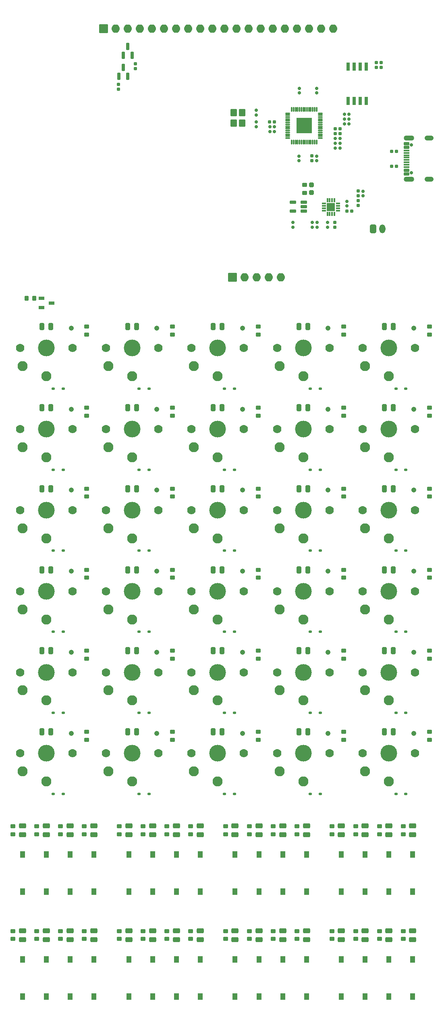
<source format=gbr>
%TF.GenerationSoftware,KiCad,Pcbnew,8.0.7*%
%TF.CreationDate,2024-12-27T14:43:48-05:00*%
%TF.ProjectId,rp2040-programmer-calculator,72703230-3430-42d7-9072-6f6772616d6d,rev?*%
%TF.SameCoordinates,Original*%
%TF.FileFunction,Soldermask,Top*%
%TF.FilePolarity,Negative*%
%FSLAX46Y46*%
G04 Gerber Fmt 4.6, Leading zero omitted, Abs format (unit mm)*
G04 Created by KiCad (PCBNEW 8.0.7) date 2024-12-27 14:43:48*
%MOMM*%
%LPD*%
G01*
G04 APERTURE LIST*
G04 Aperture macros list*
%AMRoundRect*
0 Rectangle with rounded corners*
0 $1 Rounding radius*
0 $2 $3 $4 $5 $6 $7 $8 $9 X,Y pos of 4 corners*
0 Add a 4 corners polygon primitive as box body*
4,1,4,$2,$3,$4,$5,$6,$7,$8,$9,$2,$3,0*
0 Add four circle primitives for the rounded corners*
1,1,$1+$1,$2,$3*
1,1,$1+$1,$4,$5*
1,1,$1+$1,$6,$7*
1,1,$1+$1,$8,$9*
0 Add four rect primitives between the rounded corners*
20,1,$1+$1,$2,$3,$4,$5,0*
20,1,$1+$1,$4,$5,$6,$7,0*
20,1,$1+$1,$6,$7,$8,$9,0*
20,1,$1+$1,$8,$9,$2,$3,0*%
G04 Aperture macros list end*
%ADD10RoundRect,0.262750X-0.475250X0.262750X-0.475250X-0.262750X0.475250X-0.262750X0.475250X0.262750X0*%
%ADD11RoundRect,0.219000X-0.294000X0.219000X-0.294000X-0.219000X0.294000X-0.219000X0.294000X0.219000X0*%
%ADD12C,1.777800*%
%ADD13C,3.505000*%
%ADD14C,1.066600*%
%ADD15C,2.108000*%
%ADD16RoundRect,0.038000X-0.500000X0.625000X-0.500000X-0.625000X0.500000X-0.625000X0.500000X0.625000X0*%
%ADD17RoundRect,0.159000X-0.189000X0.159000X-0.189000X-0.159000X0.189000X-0.159000X0.189000X0.159000X0*%
%ADD18RoundRect,0.154000X0.204000X-0.154000X0.204000X0.154000X-0.204000X0.154000X-0.204000X-0.154000X0*%
%ADD19RoundRect,0.169000X0.169000X-0.606500X0.169000X0.606500X-0.169000X0.606500X-0.169000X-0.606500X0*%
%ADD20RoundRect,0.131500X0.206500X0.131500X-0.206500X0.131500X-0.206500X-0.131500X0.206500X-0.131500X0*%
%ADD21RoundRect,0.262750X0.262750X0.475250X-0.262750X0.475250X-0.262750X-0.475250X0.262750X-0.475250X0*%
%ADD22RoundRect,0.159000X0.189000X-0.159000X0.189000X0.159000X-0.189000X0.159000X-0.189000X-0.159000X0*%
%ADD23RoundRect,0.159000X-0.159000X-0.189000X0.159000X-0.189000X0.159000X0.189000X-0.159000X0.189000X0*%
%ADD24RoundRect,0.237750X0.275250X-0.237750X0.275250X0.237750X-0.275250X0.237750X-0.275250X-0.237750X0*%
%ADD25RoundRect,0.154000X0.154000X0.204000X-0.154000X0.204000X-0.154000X-0.204000X0.154000X-0.204000X0*%
%ADD26RoundRect,0.038000X0.550000X-0.325000X0.550000X0.325000X-0.550000X0.325000X-0.550000X-0.325000X0*%
%ADD27RoundRect,0.169000X0.531500X0.169000X-0.531500X0.169000X-0.531500X-0.169000X0.531500X-0.169000X0*%
%ADD28RoundRect,0.038000X-0.325000X-0.825000X0.325000X-0.825000X0.325000X0.825000X-0.325000X0.825000X0*%
%ADD29RoundRect,0.038000X-0.600000X0.700000X-0.600000X-0.700000X0.600000X-0.700000X0.600000X0.700000X0*%
%ADD30RoundRect,0.154000X-0.204000X0.154000X-0.204000X-0.154000X0.204000X-0.154000X0.204000X0.154000X0*%
%ADD31RoundRect,0.069000X-0.069000X0.406500X-0.069000X-0.406500X0.069000X-0.406500X0.069000X0.406500X0*%
%ADD32RoundRect,0.069000X-0.406500X0.069000X-0.406500X-0.069000X0.406500X-0.069000X0.406500X0.069000X0*%
%ADD33RoundRect,0.038000X-1.600000X1.600000X-1.600000X-1.600000X1.600000X-1.600000X1.600000X1.600000X0*%
%ADD34RoundRect,0.081500X0.369000X0.081500X-0.369000X0.081500X-0.369000X-0.081500X0.369000X-0.081500X0*%
%ADD35RoundRect,0.081500X0.081500X0.369000X-0.081500X0.369000X-0.081500X-0.369000X0.081500X-0.369000X0*%
%ADD36RoundRect,0.038000X0.840000X0.840000X-0.840000X0.840000X-0.840000X-0.840000X0.840000X-0.840000X0*%
%ADD37RoundRect,0.154000X-0.154000X-0.204000X0.154000X-0.204000X0.154000X0.204000X-0.154000X0.204000X0*%
%ADD38RoundRect,0.038000X0.850000X-0.850000X0.850000X0.850000X-0.850000X0.850000X-0.850000X-0.850000X0*%
%ADD39O,1.776000X1.776000*%
%ADD40RoundRect,0.159000X0.159000X0.189000X-0.159000X0.189000X-0.159000X-0.189000X0.159000X-0.189000X0*%
%ADD41C,0.726000*%
%ADD42RoundRect,0.169000X0.444000X-0.169000X0.444000X0.169000X-0.444000X0.169000X-0.444000X-0.169000X0*%
%ADD43RoundRect,0.094000X0.519000X-0.094000X0.519000X0.094000X-0.519000X0.094000X-0.519000X-0.094000X0*%
%ADD44O,2.176000X1.076000*%
%ADD45O,1.876000X1.076000*%
%ADD46RoundRect,0.219000X0.219000X0.294000X-0.219000X0.294000X-0.219000X-0.294000X0.219000X-0.294000X0*%
%ADD47RoundRect,0.265833X0.372167X0.647167X-0.372167X0.647167X-0.372167X-0.647167X0.372167X-0.647167X0*%
%ADD48O,1.276000X1.826000*%
%ADD49RoundRect,0.038000X-0.850000X0.850000X-0.850000X-0.850000X0.850000X-0.850000X0.850000X0.850000X0*%
G04 APERTURE END LIST*
D10*
%TO.C,D21*%
X104667000Y-190187500D03*
X104667000Y-192062500D03*
%TD*%
D11*
%TO.C,R4*%
X125000000Y-212300000D03*
X125000000Y-213950000D03*
%TD*%
D12*
%TO.C,SW53*%
X44500000Y-158000000D03*
D13*
X50000000Y-158000000D03*
D14*
X55220000Y-153800000D03*
D12*
X55500000Y-158000000D03*
D15*
X50000000Y-163900000D03*
X45000000Y-161800000D03*
%TD*%
D16*
%TO.C,SW15*%
X50000000Y-218250000D03*
X50000000Y-226000000D03*
%TD*%
D12*
%TO.C,SW55*%
X80500000Y-158000000D03*
D13*
X86000000Y-158000000D03*
D14*
X91220000Y-153800000D03*
D12*
X91500000Y-158000000D03*
D15*
X86000000Y-163900000D03*
X81000000Y-161800000D03*
%TD*%
D16*
%TO.C,SW25*%
X82333000Y-196250000D03*
X82333000Y-204000000D03*
%TD*%
%TO.C,SW18*%
X122000000Y-196250000D03*
X122000000Y-204000000D03*
%TD*%
D17*
%TO.C,C1*%
X94107000Y-40109000D03*
X94107000Y-41069000D03*
%TD*%
D11*
%TO.C,R29*%
X75333000Y-190300001D03*
X75333000Y-191950001D03*
%TD*%
%TO.C,R64*%
X94500000Y-153500000D03*
X94500000Y-155150000D03*
%TD*%
D18*
%TO.C,R76*%
X115544600Y-60092400D03*
X115544600Y-59072400D03*
%TD*%
D19*
%TO.C,Q3*%
X65200000Y-32990000D03*
X67100000Y-32990000D03*
X66150000Y-31115000D03*
%TD*%
D20*
%TO.C,D59*%
X71550000Y-183500000D03*
X69450000Y-183500000D03*
%TD*%
D10*
%TO.C,D4*%
X112000000Y-212187500D03*
X112000000Y-214062500D03*
%TD*%
D11*
%TO.C,R26*%
X92667000Y-190300000D03*
X92667000Y-191950000D03*
%TD*%
D10*
%TO.C,D14*%
X55000000Y-212187501D03*
X55000000Y-214062501D03*
%TD*%
D21*
%TO.C,D80*%
X86937500Y-136500000D03*
X85062500Y-136500000D03*
%TD*%
D22*
%TO.C,C18*%
X113131600Y-60163400D03*
X113131600Y-59203400D03*
%TD*%
D21*
%TO.C,D65*%
X86937500Y-85500000D03*
X85062500Y-85500000D03*
%TD*%
%TO.C,D82*%
X122937500Y-136500000D03*
X121062500Y-136500000D03*
%TD*%
D12*
%TO.C,SW59*%
X62500000Y-175000000D03*
D13*
X68000000Y-175000000D03*
D14*
X73220000Y-170800000D03*
D12*
X73500000Y-175000000D03*
D15*
X68000000Y-180900000D03*
X63000000Y-178800000D03*
%TD*%
D10*
%TO.C,D24*%
X89667000Y-190187500D03*
X89667000Y-192062500D03*
%TD*%
D16*
%TO.C,SW10*%
X77333000Y-218250000D03*
X77333000Y-226000000D03*
%TD*%
D11*
%TO.C,R51*%
X130500000Y-102500000D03*
X130500000Y-104150000D03*
%TD*%
D20*
%TO.C,D55*%
X89550000Y-166500000D03*
X87450000Y-166500000D03*
%TD*%
D16*
%TO.C,SW27*%
X72333000Y-196250000D03*
X72333000Y-204000000D03*
%TD*%
D23*
%TO.C,C11*%
X110744000Y-46018000D03*
X111704000Y-46018000D03*
%TD*%
%TO.C,C5*%
X112649000Y-40938000D03*
X113609000Y-40938000D03*
%TD*%
D11*
%TO.C,R43*%
X76500000Y-85500000D03*
X76500000Y-87150000D03*
%TD*%
D17*
%TO.C,C19*%
X106908600Y-63648400D03*
X106908600Y-64608400D03*
%TD*%
D11*
%TO.C,R59*%
X94500000Y-136500000D03*
X94500000Y-138150000D03*
%TD*%
D16*
%TO.C,SW13*%
X60000000Y-218250001D03*
X60000000Y-226000001D03*
%TD*%
D24*
%TO.C,D93*%
X105741600Y-57349400D03*
X105741600Y-55774400D03*
%TD*%
D12*
%TO.C,SW46*%
X98500000Y-124000000D03*
D13*
X104000000Y-124000000D03*
D14*
X109220000Y-119800000D03*
D12*
X109500000Y-124000000D03*
D15*
X104000000Y-129900000D03*
X99000000Y-127800000D03*
%TD*%
D11*
%TO.C,R47*%
X58500000Y-102500000D03*
X58500000Y-104150000D03*
%TD*%
%TO.C,R13*%
X75333000Y-212300001D03*
X75333000Y-213950001D03*
%TD*%
%TO.C,R53*%
X76500000Y-119500000D03*
X76500000Y-121150000D03*
%TD*%
D16*
%TO.C,SW24*%
X89667000Y-196249999D03*
X89667000Y-203999999D03*
%TD*%
D11*
%TO.C,R14*%
X70333000Y-212300001D03*
X70333000Y-213950001D03*
%TD*%
%TO.C,R18*%
X48000000Y-212300001D03*
X48000000Y-213950001D03*
%TD*%
%TO.C,R62*%
X58500000Y-153500000D03*
X58500000Y-155150000D03*
%TD*%
D12*
%TO.C,SW40*%
X80500000Y-107000000D03*
D13*
X86000000Y-107000000D03*
D14*
X91220000Y-102800000D03*
D12*
X91500000Y-107000000D03*
D15*
X86000000Y-112900000D03*
X81000000Y-110800000D03*
%TD*%
D12*
%TO.C,SW48*%
X44500000Y-141000000D03*
D13*
X50000000Y-141000000D03*
D14*
X55220000Y-136800000D03*
D12*
X55500000Y-141000000D03*
D15*
X50000000Y-146900000D03*
X45000000Y-144800000D03*
%TD*%
D25*
%TO.C,R37*%
X123618000Y-48740000D03*
X122598000Y-48740000D03*
%TD*%
D17*
%TO.C,C15*%
X106807000Y-49703000D03*
X106807000Y-50663000D03*
%TD*%
D10*
%TO.C,D27*%
X72333000Y-190187501D03*
X72333000Y-192062501D03*
%TD*%
D16*
%TO.C,SW21*%
X104667000Y-196250000D03*
X104667000Y-204000000D03*
%TD*%
D18*
%TO.C,R78*%
X65134000Y-35691000D03*
X65134000Y-34671000D03*
%TD*%
D16*
%TO.C,SW23*%
X94667000Y-196249999D03*
X94667000Y-203999999D03*
%TD*%
D20*
%TO.C,D62*%
X125550000Y-183500000D03*
X123450000Y-183500000D03*
%TD*%
D11*
%TO.C,R56*%
X130500000Y-119500000D03*
X130500000Y-121150000D03*
%TD*%
D10*
%TO.C,D31*%
X50000000Y-190187501D03*
X50000000Y-192062501D03*
%TD*%
D11*
%TO.C,R50*%
X112500000Y-102500000D03*
X112500000Y-104150000D03*
%TD*%
%TO.C,R19*%
X43000000Y-212300001D03*
X43000000Y-213950001D03*
%TD*%
D16*
%TO.C,SW22*%
X99667000Y-196250000D03*
X99667000Y-204000000D03*
%TD*%
D12*
%TO.C,SW49*%
X62500000Y-141000000D03*
D13*
X68000000Y-141000000D03*
D14*
X73220000Y-136800000D03*
D12*
X73500000Y-141000000D03*
D15*
X68000000Y-146900000D03*
X63000000Y-144800000D03*
%TD*%
D26*
%TO.C,Q2*%
X49000000Y-79580000D03*
X49000000Y-81500000D03*
X51100000Y-80540000D03*
%TD*%
D21*
%TO.C,D76*%
X104937500Y-119500000D03*
X103062500Y-119500000D03*
%TD*%
D20*
%TO.C,D48*%
X53550000Y-149500000D03*
X51450000Y-149500000D03*
%TD*%
D16*
%TO.C,SW16*%
X45000000Y-218250000D03*
X45000000Y-226000000D03*
%TD*%
D21*
%TO.C,D92*%
X122937500Y-170500000D03*
X121062500Y-170500000D03*
%TD*%
%TO.C,D91*%
X104937500Y-170500000D03*
X103062500Y-170500000D03*
%TD*%
D11*
%TO.C,R17*%
X53000000Y-212300001D03*
X53000000Y-213950001D03*
%TD*%
%TO.C,R73*%
X104241600Y-55774400D03*
X104241600Y-57424400D03*
%TD*%
D16*
%TO.C,SW12*%
X67332999Y-218250000D03*
X67332999Y-226000000D03*
%TD*%
D21*
%TO.C,D89*%
X68937500Y-170500000D03*
X67062500Y-170500000D03*
%TD*%
D20*
%TO.C,D53*%
X53550000Y-166500000D03*
X51450000Y-166500000D03*
%TD*%
D27*
%TO.C,U8*%
X104114600Y-61296400D03*
X104114600Y-60346400D03*
X104114600Y-59396400D03*
X101839600Y-59396400D03*
X101839600Y-61296400D03*
%TD*%
D25*
%TO.C,R2*%
X111764000Y-45002000D03*
X110744000Y-45002000D03*
%TD*%
D16*
%TO.C,SW5*%
X104667000Y-218250000D03*
X104667000Y-226000000D03*
%TD*%
D11*
%TO.C,R61*%
X130500000Y-136500000D03*
X130500000Y-138150000D03*
%TD*%
D16*
%TO.C,SW28*%
X67332999Y-196250000D03*
X67332999Y-204000000D03*
%TD*%
D18*
%TO.C,R75*%
X110591600Y-64668400D03*
X110591600Y-63648400D03*
%TD*%
D12*
%TO.C,SW42*%
X116500000Y-107000000D03*
D13*
X122000000Y-107000000D03*
D14*
X127220000Y-102800000D03*
D12*
X127500000Y-107000000D03*
D15*
X122000000Y-112900000D03*
X117000000Y-110800000D03*
%TD*%
D28*
%TO.C,IC1*%
X117221000Y-30944000D03*
X115951000Y-30944000D03*
X114681000Y-30944000D03*
X113411000Y-30944000D03*
X113411000Y-38144000D03*
X114681000Y-38144000D03*
X115951000Y-38144000D03*
X117221000Y-38144000D03*
%TD*%
D12*
%TO.C,SW43*%
X44500000Y-124000000D03*
D13*
X50000000Y-124000000D03*
D14*
X55220000Y-119800000D03*
D12*
X55500000Y-124000000D03*
D15*
X50000000Y-129900000D03*
X45000000Y-127800000D03*
%TD*%
D16*
%TO.C,SW1*%
X127000000Y-218250000D03*
X127000000Y-226000000D03*
%TD*%
D21*
%TO.C,D74*%
X68937500Y-119500000D03*
X67062500Y-119500000D03*
%TD*%
D10*
%TO.C,D17*%
X127000000Y-190187501D03*
X127000000Y-192062501D03*
%TD*%
D20*
%TO.C,D43*%
X53550000Y-132500000D03*
X51450000Y-132500000D03*
%TD*%
%TO.C,D41*%
X107550000Y-115500000D03*
X105450000Y-115500000D03*
%TD*%
D11*
%TO.C,R22*%
X115000000Y-190300001D03*
X115000000Y-191950001D03*
%TD*%
D21*
%TO.C,D84*%
X68937500Y-153500000D03*
X67062500Y-153500000D03*
%TD*%
D20*
%TO.C,D52*%
X125550000Y-149500000D03*
X123450000Y-149500000D03*
%TD*%
D16*
%TO.C,SW14*%
X55000000Y-218250001D03*
X55000000Y-226000001D03*
%TD*%
D11*
%TO.C,R63*%
X76500000Y-153500000D03*
X76500000Y-155150000D03*
%TD*%
D12*
%TO.C,SW58*%
X44500000Y-175000000D03*
D13*
X50000000Y-175000000D03*
D14*
X55220000Y-170800000D03*
D12*
X55500000Y-175000000D03*
D15*
X50000000Y-180900000D03*
X45000000Y-178800000D03*
%TD*%
D11*
%TO.C,R58*%
X76500000Y-136500000D03*
X76500000Y-138150000D03*
%TD*%
D12*
%TO.C,SW54*%
X62500000Y-158000000D03*
D13*
X68000000Y-158000000D03*
D14*
X73220000Y-153800000D03*
D12*
X73500000Y-158000000D03*
D15*
X68000000Y-163900000D03*
X63000000Y-161800000D03*
%TD*%
D18*
%TO.C,R39*%
X120396000Y-31159000D03*
X120396000Y-30139000D03*
%TD*%
D21*
%TO.C,D67*%
X122937500Y-85500000D03*
X121062500Y-85500000D03*
%TD*%
D11*
%TO.C,R60*%
X112500000Y-136500000D03*
X112500000Y-138150000D03*
%TD*%
D10*
%TO.C,D30*%
X55000000Y-190187501D03*
X55000000Y-192062501D03*
%TD*%
D23*
%TO.C,C10*%
X112649000Y-41954000D03*
X113609000Y-41954000D03*
%TD*%
D11*
%TO.C,R31*%
X65333000Y-190300000D03*
X65333000Y-191950000D03*
%TD*%
%TO.C,R25*%
X97667000Y-190300000D03*
X97667000Y-191950000D03*
%TD*%
D23*
%TO.C,C12*%
X110744000Y-47034000D03*
X111704000Y-47034000D03*
%TD*%
D12*
%TO.C,SW47*%
X116500000Y-124000000D03*
D13*
X122000000Y-124000000D03*
D14*
X127220000Y-119800000D03*
D12*
X127500000Y-124000000D03*
D15*
X122000000Y-129900000D03*
X117000000Y-127800000D03*
%TD*%
D20*
%TO.C,D49*%
X71550000Y-149500000D03*
X69450000Y-149500000D03*
%TD*%
%TO.C,D34*%
X71550000Y-98500000D03*
X69450000Y-98500000D03*
%TD*%
D17*
%TO.C,C4*%
X101828600Y-63648400D03*
X101828600Y-64608400D03*
%TD*%
D12*
%TO.C,SW56*%
X98500000Y-158000000D03*
D13*
X104000000Y-158000000D03*
D14*
X109220000Y-153800000D03*
D12*
X109500000Y-158000000D03*
D15*
X104000000Y-163900000D03*
X99000000Y-161800000D03*
%TD*%
D11*
%TO.C,R9*%
X97667000Y-212300000D03*
X97667000Y-213950000D03*
%TD*%
D20*
%TO.C,D54*%
X71550000Y-166500000D03*
X69450000Y-166500000D03*
%TD*%
D12*
%TO.C,SW38*%
X44500000Y-107000000D03*
D13*
X50000000Y-107000000D03*
D14*
X55220000Y-102800000D03*
D12*
X55500000Y-107000000D03*
D15*
X50000000Y-112900000D03*
X45000000Y-110800000D03*
%TD*%
D11*
%TO.C,R7*%
X110000000Y-212300000D03*
X110000000Y-213950000D03*
%TD*%
D21*
%TO.C,D66*%
X104937500Y-85500000D03*
X103062500Y-85500000D03*
%TD*%
D11*
%TO.C,R20*%
X125000000Y-190300001D03*
X125000000Y-191950001D03*
%TD*%
D10*
%TO.C,D28*%
X67333000Y-190187500D03*
X67333000Y-192062500D03*
%TD*%
D29*
%TO.C,Y1*%
X89407000Y-40589000D03*
X89407000Y-42789000D03*
X91107000Y-42789000D03*
X91107000Y-40589000D03*
%TD*%
D20*
%TO.C,D60*%
X89550000Y-183500000D03*
X87450000Y-183500000D03*
%TD*%
D11*
%TO.C,R70*%
X112500000Y-170500000D03*
X112500000Y-172150000D03*
%TD*%
D22*
%TO.C,C13*%
X103177000Y-36493000D03*
X103177000Y-35533000D03*
%TD*%
D11*
%TO.C,R55*%
X112500000Y-119500000D03*
X112500000Y-121150000D03*
%TD*%
D25*
%TO.C,R36*%
X123618000Y-51840000D03*
X122598000Y-51840000D03*
%TD*%
D16*
%TO.C,SW31*%
X50000000Y-196250000D03*
X50000000Y-204000000D03*
%TD*%
D12*
%TO.C,SW62*%
X116500000Y-175000000D03*
D13*
X122000000Y-175000000D03*
D14*
X127220000Y-170800000D03*
D12*
X127500000Y-175000000D03*
D15*
X122000000Y-180900000D03*
X117000000Y-178800000D03*
%TD*%
D11*
%TO.C,R52*%
X58500000Y-119500000D03*
X58500000Y-121150000D03*
%TD*%
%TO.C,R11*%
X87667000Y-212300000D03*
X87667000Y-213950000D03*
%TD*%
D22*
%TO.C,C2*%
X94107000Y-43549000D03*
X94107000Y-42589000D03*
%TD*%
D21*
%TO.C,D70*%
X86937500Y-102500000D03*
X85062500Y-102500000D03*
%TD*%
D11*
%TO.C,R66*%
X130500000Y-153500000D03*
X130500000Y-155150000D03*
%TD*%
D20*
%TO.C,D40*%
X89550000Y-115500000D03*
X87450000Y-115500000D03*
%TD*%
D12*
%TO.C,SW44*%
X62500000Y-124000000D03*
D13*
X68000000Y-124000000D03*
D14*
X73220000Y-119800000D03*
D12*
X73500000Y-124000000D03*
D15*
X68000000Y-129900000D03*
X63000000Y-127800000D03*
%TD*%
D21*
%TO.C,D77*%
X122937500Y-119500000D03*
X121062500Y-119500000D03*
%TD*%
%TO.C,D63*%
X50937500Y-85500000D03*
X49062500Y-85500000D03*
%TD*%
D11*
%TO.C,R65*%
X112500000Y-153500000D03*
X112500000Y-155150000D03*
%TD*%
D30*
%TO.C,R40*%
X68690000Y-30353000D03*
X68690000Y-31373000D03*
%TD*%
D10*
%TO.C,D26*%
X77333000Y-190187501D03*
X77333000Y-192062501D03*
%TD*%
D11*
%TO.C,R49*%
X94500000Y-102500000D03*
X94500000Y-104150000D03*
%TD*%
D21*
%TO.C,D69*%
X68937500Y-102500000D03*
X67062500Y-102500000D03*
%TD*%
D31*
%TO.C,U1*%
X106777000Y-39893000D03*
X106377000Y-39893000D03*
X105977000Y-39893000D03*
X105577000Y-39893000D03*
X105177000Y-39893000D03*
X104777000Y-39893000D03*
X104377000Y-39893000D03*
X103977000Y-39893000D03*
X103577000Y-39893000D03*
X103177000Y-39893000D03*
X102777000Y-39893000D03*
X102377000Y-39893000D03*
X101977000Y-39893000D03*
X101577000Y-39893000D03*
D32*
X100739500Y-40730500D03*
X100739500Y-41130500D03*
X100739500Y-41530500D03*
X100739500Y-41930500D03*
X100739500Y-42330500D03*
X100739500Y-42730500D03*
X100739500Y-43130500D03*
X100739500Y-43530500D03*
X100739500Y-43930500D03*
X100739500Y-44330500D03*
X100739500Y-44730500D03*
X100739500Y-45130500D03*
X100739500Y-45530500D03*
X100739500Y-45930500D03*
D31*
X101577000Y-46768000D03*
X101977000Y-46768000D03*
X102377000Y-46768000D03*
X102777000Y-46768000D03*
X103177000Y-46768000D03*
X103577000Y-46768000D03*
X103977000Y-46768000D03*
X104377000Y-46768000D03*
X104777000Y-46768000D03*
X105177000Y-46768000D03*
X105577000Y-46768000D03*
X105977000Y-46768000D03*
X106377000Y-46768000D03*
X106777000Y-46768000D03*
D32*
X107614500Y-45930500D03*
X107614500Y-45530500D03*
X107614500Y-45130500D03*
X107614500Y-44730500D03*
X107614500Y-44330500D03*
X107614500Y-43930500D03*
X107614500Y-43530500D03*
X107614500Y-43130500D03*
X107614500Y-42730500D03*
X107614500Y-42330500D03*
X107614500Y-41930500D03*
X107614500Y-41530500D03*
X107614500Y-41130500D03*
X107614500Y-40730500D03*
D33*
X104177000Y-43330500D03*
%TD*%
D16*
%TO.C,SW20*%
X111999999Y-196250000D03*
X111999999Y-204000000D03*
%TD*%
D12*
%TO.C,SW33*%
X44500000Y-90000000D03*
D13*
X50000000Y-90000000D03*
D14*
X55220000Y-85800000D03*
D12*
X55500000Y-90000000D03*
D15*
X50000000Y-95900000D03*
X45000000Y-93800000D03*
%TD*%
D16*
%TO.C,SW17*%
X127000000Y-196250000D03*
X127000000Y-204000000D03*
%TD*%
D11*
%TO.C,R32*%
X58000000Y-190300001D03*
X58000000Y-191950001D03*
%TD*%
D16*
%TO.C,SW2*%
X122000000Y-218250000D03*
X122000000Y-226000000D03*
%TD*%
D10*
%TO.C,D8*%
X89667000Y-212187500D03*
X89667000Y-214062500D03*
%TD*%
D11*
%TO.C,R68*%
X76500000Y-170500000D03*
X76500000Y-172150000D03*
%TD*%
D20*
%TO.C,D58*%
X53550000Y-183500000D03*
X51450000Y-183500000D03*
%TD*%
D11*
%TO.C,R23*%
X110000000Y-190300000D03*
X110000000Y-191950000D03*
%TD*%
D10*
%TO.C,D19*%
X117000000Y-190187501D03*
X117000000Y-192062501D03*
%TD*%
D18*
%TO.C,R77*%
X115544600Y-58056400D03*
X115544600Y-57036400D03*
%TD*%
D11*
%TO.C,R24*%
X102667000Y-190300000D03*
X102667000Y-191950000D03*
%TD*%
D20*
%TO.C,D33*%
X53550000Y-98500000D03*
X51450000Y-98500000D03*
%TD*%
D11*
%TO.C,R15*%
X65333000Y-212300000D03*
X65333000Y-213950000D03*
%TD*%
D10*
%TO.C,D1*%
X127000000Y-212187500D03*
X127000000Y-214062500D03*
%TD*%
D20*
%TO.C,D47*%
X125550000Y-132500000D03*
X123450000Y-132500000D03*
%TD*%
D34*
%TO.C,U6*%
X111274600Y-61174400D03*
X111274600Y-60674400D03*
X111274600Y-60174400D03*
X111274600Y-59674400D03*
D35*
X110562100Y-58961900D03*
X110062100Y-58961900D03*
X109562100Y-58961900D03*
X109062100Y-58961900D03*
D34*
X108349600Y-59674400D03*
X108349600Y-60174400D03*
X108349600Y-60674400D03*
X108349600Y-61174400D03*
D35*
X109062100Y-61886900D03*
X109562100Y-61886900D03*
X110062100Y-61886900D03*
X110562100Y-61886900D03*
D36*
X109812100Y-60424400D03*
%TD*%
D16*
%TO.C,SW8*%
X89667000Y-218250000D03*
X89667000Y-226000000D03*
%TD*%
D12*
%TO.C,SW34*%
X62500000Y-90000000D03*
D13*
X68000000Y-90000000D03*
D14*
X73220000Y-85800000D03*
D12*
X73500000Y-90000000D03*
D15*
X68000000Y-95900000D03*
X63000000Y-93800000D03*
%TD*%
D10*
%TO.C,D29*%
X60000000Y-190187501D03*
X60000000Y-192062501D03*
%TD*%
%TO.C,D15*%
X50000000Y-212187501D03*
X50000000Y-214062501D03*
%TD*%
D17*
%TO.C,C16*%
X103124000Y-49703000D03*
X103124000Y-50663000D03*
%TD*%
D16*
%TO.C,SW7*%
X94667000Y-218250000D03*
X94667000Y-226000000D03*
%TD*%
D11*
%TO.C,R5*%
X120000000Y-212300000D03*
X120000000Y-213950000D03*
%TD*%
D25*
%TO.C,R1*%
X111764000Y-43986000D03*
X110744000Y-43986000D03*
%TD*%
D37*
%TO.C,R3*%
X96897000Y-42589000D03*
X97917000Y-42589000D03*
%TD*%
D12*
%TO.C,SW35*%
X80500000Y-90000000D03*
D13*
X86000000Y-90000000D03*
D14*
X91220000Y-85800000D03*
D12*
X91500000Y-90000000D03*
D15*
X86000000Y-95900000D03*
X81000000Y-93800000D03*
%TD*%
D11*
%TO.C,R8*%
X102667000Y-212300000D03*
X102667000Y-213950000D03*
%TD*%
D10*
%TO.C,D12*%
X67333000Y-212187500D03*
X67333000Y-214062500D03*
%TD*%
D21*
%TO.C,D78*%
X50937500Y-136500000D03*
X49062500Y-136500000D03*
%TD*%
D16*
%TO.C,SW19*%
X117000000Y-196250000D03*
X117000000Y-204000000D03*
%TD*%
D20*
%TO.C,D50*%
X89550000Y-149500000D03*
X87450000Y-149500000D03*
%TD*%
%TO.C,D44*%
X71550000Y-132500000D03*
X69450000Y-132500000D03*
%TD*%
D21*
%TO.C,D83*%
X50937500Y-153500000D03*
X49062500Y-153500000D03*
%TD*%
D17*
%TO.C,C3*%
X105908600Y-63648400D03*
X105908600Y-64608400D03*
%TD*%
D38*
%TO.C,U7*%
X62000000Y-23000000D03*
D39*
X64540000Y-23000000D03*
X67080000Y-23000000D03*
X69620000Y-23000000D03*
X72160000Y-23000000D03*
X74700000Y-23000000D03*
X77240000Y-23000000D03*
X79780000Y-23000000D03*
X82320000Y-23000000D03*
X84860000Y-23000000D03*
X87400000Y-23000000D03*
X89940000Y-23000000D03*
X92480000Y-23000000D03*
X95020000Y-23000000D03*
X97560000Y-23000000D03*
X100100000Y-23000000D03*
X102640000Y-23000000D03*
X105180000Y-23000000D03*
X107720000Y-23000000D03*
X110260000Y-23000000D03*
%TD*%
D11*
%TO.C,R67*%
X58500000Y-170500000D03*
X58500000Y-172150000D03*
%TD*%
D20*
%TO.C,D37*%
X125550000Y-98500000D03*
X123450000Y-98500000D03*
%TD*%
D21*
%TO.C,D73*%
X50937500Y-119500000D03*
X49062500Y-119500000D03*
%TD*%
D10*
%TO.C,D22*%
X99667000Y-190187500D03*
X99667000Y-192062500D03*
%TD*%
D11*
%TO.C,R71*%
X130500000Y-170500000D03*
X130500000Y-172150000D03*
%TD*%
D22*
%TO.C,C20*%
X116560600Y-58056400D03*
X116560600Y-57096400D03*
%TD*%
D20*
%TO.C,D35*%
X89550000Y-98500000D03*
X87450000Y-98500000D03*
%TD*%
D22*
%TO.C,C14*%
X106807000Y-36493000D03*
X106807000Y-35533000D03*
%TD*%
D10*
%TO.C,D32*%
X45000000Y-190187501D03*
X45000000Y-192062501D03*
%TD*%
D20*
%TO.C,D46*%
X107550000Y-132500000D03*
X105450000Y-132500000D03*
%TD*%
D21*
%TO.C,D81*%
X104937500Y-136500000D03*
X103062500Y-136500000D03*
%TD*%
D20*
%TO.C,D57*%
X125550000Y-166500000D03*
X123450000Y-166500000D03*
%TD*%
D11*
%TO.C,R27*%
X87667000Y-190300000D03*
X87667000Y-191950000D03*
%TD*%
%TO.C,R42*%
X58500000Y-85500000D03*
X58500000Y-87150000D03*
%TD*%
D21*
%TO.C,D64*%
X68937500Y-85500000D03*
X67062500Y-85500000D03*
%TD*%
D12*
%TO.C,SW39*%
X62500000Y-107000000D03*
D13*
X68000000Y-107000000D03*
D14*
X73220000Y-102800000D03*
D12*
X73500000Y-107000000D03*
D15*
X68000000Y-112900000D03*
X63000000Y-110800000D03*
%TD*%
D12*
%TO.C,SW61*%
X98500000Y-175000000D03*
D13*
X104000000Y-175000000D03*
D14*
X109220000Y-170800000D03*
D12*
X109500000Y-175000000D03*
D15*
X104000000Y-180900000D03*
X99000000Y-178800000D03*
%TD*%
D20*
%TO.C,D45*%
X89550000Y-132500000D03*
X87450000Y-132500000D03*
%TD*%
D21*
%TO.C,D75*%
X86937500Y-119500000D03*
X85062500Y-119500000D03*
%TD*%
D12*
%TO.C,SW60*%
X80500000Y-175000000D03*
D13*
X86000000Y-175000000D03*
D14*
X91220000Y-170800000D03*
D12*
X91500000Y-175000000D03*
D15*
X86000000Y-180900000D03*
X81000000Y-178800000D03*
%TD*%
D11*
%TO.C,R44*%
X94500000Y-85500000D03*
X94500000Y-87150000D03*
%TD*%
%TO.C,R30*%
X70333000Y-190300001D03*
X70333000Y-191950001D03*
%TD*%
D30*
%TO.C,R74*%
X105800000Y-49680000D03*
X105800000Y-50700000D03*
%TD*%
D11*
%TO.C,R33*%
X53000000Y-190300001D03*
X53000000Y-191950001D03*
%TD*%
D10*
%TO.C,D13*%
X60000000Y-212187501D03*
X60000000Y-214062501D03*
%TD*%
D16*
%TO.C,SW4*%
X112000000Y-218250000D03*
X112000000Y-226000000D03*
%TD*%
%TO.C,SW30*%
X55000000Y-196250001D03*
X55000000Y-204000001D03*
%TD*%
%TO.C,SW6*%
X99667000Y-218250000D03*
X99667000Y-226000000D03*
%TD*%
D11*
%TO.C,R34*%
X48000000Y-190300001D03*
X48000000Y-191950001D03*
%TD*%
D20*
%TO.C,D51*%
X107550000Y-149500000D03*
X105450000Y-149500000D03*
%TD*%
D23*
%TO.C,C9*%
X110744000Y-48050000D03*
X111704000Y-48050000D03*
%TD*%
%TO.C,C7*%
X112649000Y-42970000D03*
X113609000Y-42970000D03*
%TD*%
D12*
%TO.C,SW57*%
X116500000Y-158000000D03*
D13*
X122000000Y-158000000D03*
D14*
X127220000Y-153800000D03*
D12*
X127500000Y-158000000D03*
D15*
X122000000Y-163900000D03*
X117000000Y-161800000D03*
%TD*%
D11*
%TO.C,R57*%
X58500000Y-136500000D03*
X58500000Y-138150000D03*
%TD*%
%TO.C,R10*%
X92667000Y-212300000D03*
X92667000Y-213950000D03*
%TD*%
D25*
%TO.C,R72*%
X114151600Y-61235400D03*
X113131600Y-61235400D03*
%TD*%
D21*
%TO.C,D90*%
X86937500Y-170500000D03*
X85062500Y-170500000D03*
%TD*%
D12*
%TO.C,SW41*%
X98500000Y-107000000D03*
D13*
X104000000Y-107000000D03*
D14*
X109220000Y-102800000D03*
D12*
X109500000Y-107000000D03*
D15*
X104000000Y-112900000D03*
X99000000Y-110800000D03*
%TD*%
D11*
%TO.C,R46*%
X130500000Y-85500000D03*
X130500000Y-87150000D03*
%TD*%
D10*
%TO.C,D11*%
X72333000Y-212187501D03*
X72333000Y-214062501D03*
%TD*%
D21*
%TO.C,D87*%
X122937500Y-153500000D03*
X121062500Y-153500000D03*
%TD*%
D12*
%TO.C,SW51*%
X98500000Y-141000000D03*
D13*
X104000000Y-141000000D03*
D14*
X109220000Y-136800000D03*
D12*
X109500000Y-141000000D03*
D15*
X104000000Y-146900000D03*
X99000000Y-144800000D03*
%TD*%
D10*
%TO.C,D18*%
X122000000Y-190187501D03*
X122000000Y-192062501D03*
%TD*%
%TO.C,D2*%
X122000000Y-212187500D03*
X122000000Y-214062500D03*
%TD*%
%TO.C,D20*%
X112000000Y-190187500D03*
X112000000Y-192062500D03*
%TD*%
D21*
%TO.C,D86*%
X104937500Y-153500000D03*
X103062500Y-153500000D03*
%TD*%
D16*
%TO.C,SW26*%
X77333000Y-196250000D03*
X77333000Y-204000000D03*
%TD*%
D10*
%TO.C,D16*%
X45000000Y-212187501D03*
X45000000Y-214062501D03*
%TD*%
%TO.C,D9*%
X82333000Y-212187501D03*
X82333000Y-214062501D03*
%TD*%
D16*
%TO.C,SW3*%
X117000000Y-218250000D03*
X117000000Y-226000000D03*
%TD*%
D10*
%TO.C,D23*%
X94667000Y-190187500D03*
X94667000Y-192062500D03*
%TD*%
D12*
%TO.C,SW36*%
X98500000Y-90000000D03*
D13*
X104000000Y-90000000D03*
D14*
X109220000Y-85800000D03*
D12*
X109500000Y-90000000D03*
D15*
X104000000Y-95900000D03*
X99000000Y-93800000D03*
%TD*%
D21*
%TO.C,D88*%
X50937500Y-170500000D03*
X49062500Y-170500000D03*
%TD*%
%TO.C,D71*%
X104937500Y-102500000D03*
X103062500Y-102500000D03*
%TD*%
D11*
%TO.C,R16*%
X58000000Y-212300001D03*
X58000000Y-213950001D03*
%TD*%
D40*
%TO.C,C8*%
X97917000Y-43605000D03*
X96957000Y-43605000D03*
%TD*%
D21*
%TO.C,D79*%
X68937500Y-136500000D03*
X67062500Y-136500000D03*
%TD*%
D20*
%TO.C,D61*%
X107550000Y-183500000D03*
X105450000Y-183500000D03*
%TD*%
D21*
%TO.C,D85*%
X86937500Y-153500000D03*
X85062500Y-153500000D03*
%TD*%
D18*
%TO.C,R38*%
X119380000Y-31159000D03*
X119380000Y-30139000D03*
%TD*%
D20*
%TO.C,D38*%
X53550000Y-115500000D03*
X51450000Y-115500000D03*
%TD*%
D19*
%TO.C,Q1*%
X66150000Y-28575000D03*
X68050000Y-28575000D03*
X67100000Y-26700000D03*
%TD*%
D11*
%TO.C,R6*%
X115000000Y-212300000D03*
X115000000Y-213950000D03*
%TD*%
D10*
%TO.C,D3*%
X117000000Y-212187500D03*
X117000000Y-214062500D03*
%TD*%
D11*
%TO.C,R54*%
X94500000Y-119500000D03*
X94500000Y-121150000D03*
%TD*%
D21*
%TO.C,D68*%
X50937500Y-102500000D03*
X49062500Y-102500000D03*
%TD*%
D10*
%TO.C,D10*%
X77333000Y-212187501D03*
X77333000Y-214062501D03*
%TD*%
%TO.C,D25*%
X82333000Y-190187501D03*
X82333000Y-192062501D03*
%TD*%
D11*
%TO.C,R48*%
X76500000Y-102500000D03*
X76500000Y-104150000D03*
%TD*%
D16*
%TO.C,SW32*%
X45000000Y-196250000D03*
X45000000Y-204000000D03*
%TD*%
D10*
%TO.C,D5*%
X104667000Y-212187500D03*
X104667000Y-214062500D03*
%TD*%
D11*
%TO.C,R69*%
X94500000Y-170500000D03*
X94500000Y-172150000D03*
%TD*%
D12*
%TO.C,SW45*%
X80500000Y-124000000D03*
D13*
X86000000Y-124000000D03*
D14*
X91220000Y-119800000D03*
D12*
X91500000Y-124000000D03*
D15*
X86000000Y-129900000D03*
X81000000Y-127800000D03*
%TD*%
D16*
%TO.C,SW29*%
X60000000Y-196250001D03*
X60000000Y-204000001D03*
%TD*%
%TO.C,SW11*%
X72333000Y-218250000D03*
X72333000Y-226000000D03*
%TD*%
%TO.C,SW9*%
X82333000Y-218250000D03*
X82333000Y-226000000D03*
%TD*%
D17*
%TO.C,C17*%
X109067600Y-63648400D03*
X109067600Y-64608400D03*
%TD*%
D20*
%TO.C,D42*%
X125550000Y-115500000D03*
X123450000Y-115500000D03*
%TD*%
D11*
%TO.C,R21*%
X120000000Y-190300001D03*
X120000000Y-191950001D03*
%TD*%
D41*
%TO.C,J1*%
X126738000Y-53180000D03*
X126738000Y-47400000D03*
D42*
X125663000Y-53490000D03*
X125663000Y-52690000D03*
D43*
X125663000Y-51540000D03*
X125663000Y-50540000D03*
X125663000Y-50040000D03*
X125663000Y-49040000D03*
D42*
X125663000Y-47890000D03*
X125663000Y-47090000D03*
X125663000Y-47090000D03*
X125663000Y-47890000D03*
D43*
X125663000Y-48540000D03*
X125663000Y-49540000D03*
X125663000Y-51040000D03*
X125663000Y-52040000D03*
D42*
X125663000Y-52690000D03*
X125663000Y-53490000D03*
D44*
X126238000Y-54610000D03*
D45*
X130418000Y-54610000D03*
D44*
X126238000Y-45970000D03*
D45*
X130418000Y-45970000D03*
%TD*%
D10*
%TO.C,D6*%
X99667000Y-212187500D03*
X99667000Y-214062500D03*
%TD*%
D20*
%TO.C,D36*%
X107550000Y-98500000D03*
X105450000Y-98500000D03*
%TD*%
D21*
%TO.C,D72*%
X122937500Y-102500000D03*
X121062500Y-102500000D03*
%TD*%
D12*
%TO.C,SW37*%
X116500000Y-90000000D03*
D13*
X122000000Y-90000000D03*
D14*
X127220000Y-85800000D03*
D12*
X127500000Y-90000000D03*
D15*
X122000000Y-95900000D03*
X117000000Y-93800000D03*
%TD*%
D10*
%TO.C,D7*%
X94667000Y-212187500D03*
X94667000Y-214062500D03*
%TD*%
D46*
%TO.C,R41*%
X47500000Y-79580000D03*
X45850000Y-79580000D03*
%TD*%
D20*
%TO.C,D56*%
X107550000Y-166500000D03*
X105450000Y-166500000D03*
%TD*%
D12*
%TO.C,SW50*%
X80500000Y-141000000D03*
D13*
X86000000Y-141000000D03*
D14*
X91220000Y-136800000D03*
D12*
X91500000Y-141000000D03*
D15*
X86000000Y-146900000D03*
X81000000Y-144800000D03*
%TD*%
D12*
%TO.C,SW52*%
X116500000Y-141000000D03*
D13*
X122000000Y-141000000D03*
D14*
X127220000Y-136800000D03*
D12*
X127500000Y-141000000D03*
D15*
X122000000Y-146900000D03*
X117000000Y-144800000D03*
%TD*%
D20*
%TO.C,D39*%
X71550000Y-115500000D03*
X69450000Y-115500000D03*
%TD*%
D11*
%TO.C,R28*%
X80333000Y-190300001D03*
X80333000Y-191950001D03*
%TD*%
D40*
%TO.C,C6*%
X97917000Y-44621000D03*
X96957000Y-44621000D03*
%TD*%
D11*
%TO.C,R45*%
X112500000Y-85500000D03*
X112500000Y-87150000D03*
%TD*%
%TO.C,R35*%
X43000000Y-190300001D03*
X43000000Y-191950001D03*
%TD*%
%TO.C,R12*%
X80333000Y-212300001D03*
X80333000Y-213950001D03*
%TD*%
D47*
%TO.C,BT1*%
X118650000Y-65000000D03*
D48*
X120650000Y-65000000D03*
%TD*%
D49*
%TO.C,J2*%
X89154000Y-75184000D03*
D39*
X91694000Y-75184000D03*
X94234000Y-75184000D03*
X96774000Y-75184000D03*
X99314000Y-75184000D03*
%TD*%
M02*

</source>
